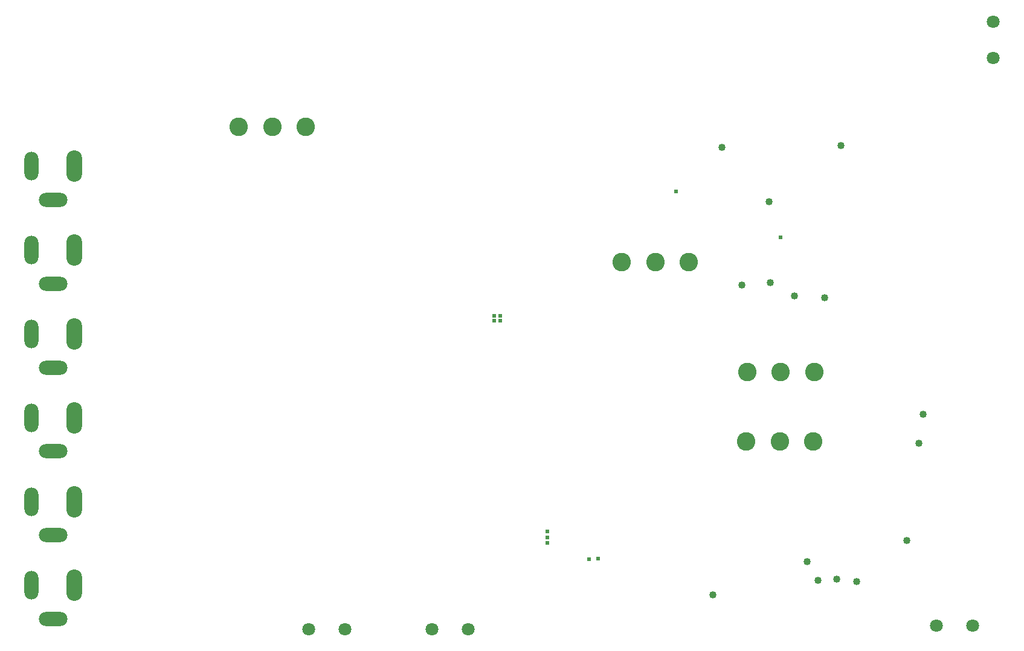
<source format=gbr>
%TF.GenerationSoftware,KiCad,Pcbnew,7.0.6-0*%
%TF.CreationDate,2024-04-05T07:01:27-03:00*%
%TF.ProjectId,Buoy,42756f79-2e6b-4696-9361-645f70636258,rev?*%
%TF.SameCoordinates,Original*%
%TF.FileFunction,Copper,L3,Inr*%
%TF.FilePolarity,Positive*%
%FSLAX46Y46*%
G04 Gerber Fmt 4.6, Leading zero omitted, Abs format (unit mm)*
G04 Created by KiCad (PCBNEW 7.0.6-0) date 2024-04-05 07:01:27*
%MOMM*%
%LPD*%
G01*
G04 APERTURE LIST*
%TA.AperFunction,ComponentPad*%
%ADD10C,2.600000*%
%TD*%
%TA.AperFunction,ComponentPad*%
%ADD11C,1.803400*%
%TD*%
%TA.AperFunction,ComponentPad*%
%ADD12O,2.200000X4.400000*%
%TD*%
%TA.AperFunction,ComponentPad*%
%ADD13O,2.000000X4.000000*%
%TD*%
%TA.AperFunction,ComponentPad*%
%ADD14O,4.000000X2.000000*%
%TD*%
%TA.AperFunction,ViaPad*%
%ADD15C,0.609600*%
%TD*%
%TA.AperFunction,ViaPad*%
%ADD16C,1.016000*%
%TD*%
G04 APERTURE END LIST*
D10*
%TO.N,/Non-Batman*%
%TO.C,SW4*%
X185440000Y-93180000D03*
%TO.N,/Bat_out*%
X190140000Y-93180000D03*
%TO.N,/Batman*%
X194840000Y-93180000D03*
%TD*%
%TO.N,Net-(SW2-A)*%
%TO.C,SW2*%
X177277500Y-77732500D03*
%TO.N,Net-(J14-Pin_1)*%
X172577500Y-77732500D03*
%TO.N,PGND*%
X167877500Y-77732500D03*
%TD*%
D11*
%TO.N,Net-(J7-Pin_1)*%
%TO.C,J7*%
X124003400Y-129185000D03*
%TO.N,PGND*%
X129083400Y-129185000D03*
%TD*%
D12*
%TO.N,/PV_connection*%
%TO.C,J5*%
X91161750Y-111313500D03*
D13*
%TO.N,PGND*%
X85161750Y-111313500D03*
D14*
X88161750Y-116013500D03*
%TD*%
D12*
%TO.N,/PV_connection*%
%TO.C,J2*%
X91161750Y-76063500D03*
D13*
%TO.N,PGND*%
X85161750Y-76063500D03*
D14*
X88161750Y-80763500D03*
%TD*%
D12*
%TO.N,/PV_connection*%
%TO.C,J1*%
X91161750Y-64313500D03*
D13*
%TO.N,PGND*%
X85161750Y-64313500D03*
D14*
X88161750Y-69013500D03*
%TD*%
D10*
%TO.N,/Non-Batman*%
%TO.C,SW3*%
X185330000Y-102860000D03*
%TO.N,/Bat_in*%
X190030000Y-102860000D03*
%TO.N,/Batman*%
X194730000Y-102860000D03*
%TD*%
D12*
%TO.N,/PV_connection*%
%TO.C,J3*%
X91161750Y-87813500D03*
D13*
%TO.N,PGND*%
X85161750Y-87813500D03*
D14*
X88161750Y-92513500D03*
%TD*%
D11*
%TO.N,Net-(J14-Pin_1)*%
%TO.C,J14*%
X219940000Y-49120000D03*
%TO.N,/Bat_in*%
X219940000Y-44040000D03*
%TD*%
D12*
%TO.N,/PV_connection*%
%TO.C,J4*%
X91161750Y-99563500D03*
D13*
%TO.N,PGND*%
X85161750Y-99563500D03*
D14*
X88161750Y-104263500D03*
%TD*%
D12*
%TO.N,/PV_connection*%
%TO.C,J6*%
X91161750Y-123063500D03*
D13*
%TO.N,PGND*%
X85161750Y-123063500D03*
D14*
X88161750Y-127763500D03*
%TD*%
D11*
%TO.N,/Bat_out*%
%TO.C,J8*%
X211963400Y-128705000D03*
%TO.N,PGND*%
X217043400Y-128705000D03*
%TD*%
D10*
%TO.N,unconnected-(SW1-A-Pad1)*%
%TO.C,SW1*%
X114220000Y-58800000D03*
%TO.N,/V_solar_in*%
X118920000Y-58800000D03*
%TO.N,/V_solar_out*%
X123620000Y-58800000D03*
%TD*%
D11*
%TO.N,/3.4V*%
%TO.C,J11*%
X141322693Y-129185707D03*
%TO.N,PGND*%
X146402693Y-129185707D03*
%TD*%
D15*
%TO.N,PGND*%
X150860000Y-85240000D03*
X157420000Y-115510000D03*
X149980000Y-85230000D03*
D16*
X210100000Y-99050000D03*
D15*
X149960000Y-85940000D03*
D16*
X200770000Y-122540000D03*
X196290000Y-82750000D03*
D15*
X150860000Y-85950000D03*
D16*
X195415000Y-122355000D03*
D15*
X157420000Y-117110000D03*
D16*
X209550000Y-103175000D03*
X198020000Y-122190000D03*
X207840000Y-116790000D03*
X193830000Y-119730000D03*
D15*
X163270000Y-119360000D03*
D16*
X184705000Y-80957500D03*
X198590000Y-61380000D03*
X188720000Y-80580000D03*
X180620000Y-124360000D03*
X192060000Y-82460000D03*
X188555000Y-69230000D03*
X181900000Y-61640000D03*
D15*
X157430000Y-116330000D03*
X175490000Y-67820000D03*
X164590000Y-119340000D03*
%TO.N,Net-(J10-Pin_5)*%
X190170000Y-74285000D03*
%TD*%
M02*

</source>
